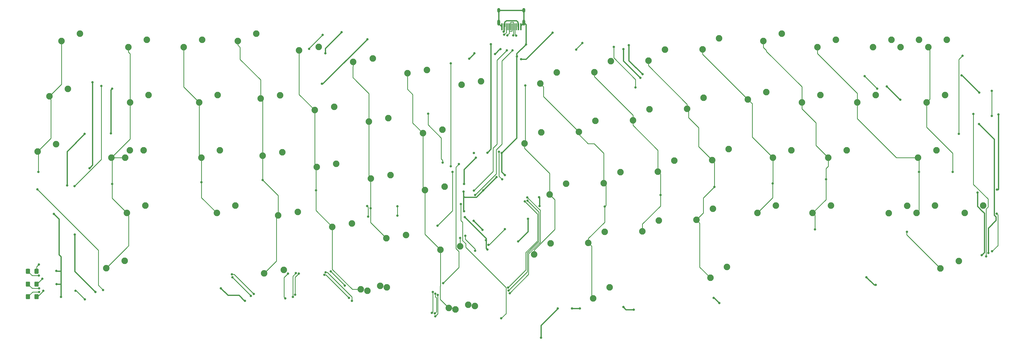
<source format=gbr>
%TF.GenerationSoftware,KiCad,Pcbnew,(5.1.6)-1*%
%TF.CreationDate,2020-07-28T20:53:14+02:00*%
%TF.ProjectId,Proyecto A,50726f79-6563-4746-9f20-412e6b696361,rev?*%
%TF.SameCoordinates,Original*%
%TF.FileFunction,Copper,L1,Top*%
%TF.FilePolarity,Positive*%
%FSLAX46Y46*%
G04 Gerber Fmt 4.6, Leading zero omitted, Abs format (unit mm)*
G04 Created by KiCad (PCBNEW (5.1.6)-1) date 2020-07-28 20:53:14*
%MOMM*%
%LPD*%
G01*
G04 APERTURE LIST*
%TA.AperFunction,SMDPad,CuDef*%
%ADD10R,0.600000X2.450000*%
%TD*%
%TA.AperFunction,SMDPad,CuDef*%
%ADD11R,0.300000X2.450000*%
%TD*%
%TA.AperFunction,ComponentPad*%
%ADD12O,1.000000X2.100000*%
%TD*%
%TA.AperFunction,ComponentPad*%
%ADD13O,1.000000X1.600000*%
%TD*%
%TA.AperFunction,ComponentPad*%
%ADD14C,2.250000*%
%TD*%
%TA.AperFunction,ViaPad*%
%ADD15C,0.800000*%
%TD*%
%TA.AperFunction,Conductor*%
%ADD16C,0.381000*%
%TD*%
%TA.AperFunction,Conductor*%
%ADD17C,0.254000*%
%TD*%
G04 APERTURE END LIST*
D10*
%TO.P,USB1,12*%
%TO.N,GND*%
X227977400Y4453000D03*
%TO.P,USB1,1*%
X234427400Y4453000D03*
%TO.P,USB1,11*%
%TO.N,VCC*%
X228752400Y4453000D03*
%TO.P,USB1,2*%
X233652400Y4453000D03*
D11*
%TO.P,USB1,3*%
%TO.N,Net-(USB1-Pad3)*%
X232952400Y4453000D03*
%TO.P,USB1,10*%
%TO.N,Net-(R9-Pad2)*%
X229452400Y4453000D03*
%TO.P,USB1,4*%
%TO.N,Net-(R8-Pad2)*%
X232452400Y4453000D03*
%TO.P,USB1,9*%
%TO.N,Net-(USB1-Pad9)*%
X229952400Y4453000D03*
%TO.P,USB1,5*%
%TO.N,Net-(R2-Pad2)*%
X231952400Y4453000D03*
%TO.P,USB1,8*%
%TO.N,Net-(R1-Pad2)*%
X230452400Y4453000D03*
%TO.P,USB1,7*%
%TO.N,Net-(R2-Pad2)*%
X230952400Y4453000D03*
%TO.P,USB1,6*%
%TO.N,Net-(R1-Pad2)*%
X231452400Y4453000D03*
D12*
%TO.P,USB1,13*%
%TO.N,GND*%
X235522400Y5868000D03*
X226882400Y5868000D03*
D13*
X235522400Y10048000D03*
X226882400Y10048000D03*
%TD*%
%TO.P,D3,2*%
%TO.N,num*%
%TA.AperFunction,SMDPad,CuDef*%
G36*
G01*
X67014900Y-84937000D02*
X67014900Y-83687000D01*
G75*
G02*
X67264900Y-83437000I250000J0D01*
G01*
X68189900Y-83437000D01*
G75*
G02*
X68439900Y-83687000I0J-250000D01*
G01*
X68439900Y-84937000D01*
G75*
G02*
X68189900Y-85187000I-250000J0D01*
G01*
X67264900Y-85187000D01*
G75*
G02*
X67014900Y-84937000I0J250000D01*
G01*
G37*
%TD.AperFunction*%
%TO.P,D3,1*%
%TO.N,Net-(D3-Pad1)*%
%TA.AperFunction,SMDPad,CuDef*%
G36*
G01*
X64039900Y-84937000D02*
X64039900Y-83687000D01*
G75*
G02*
X64289900Y-83437000I250000J0D01*
G01*
X65214900Y-83437000D01*
G75*
G02*
X65464900Y-83687000I0J-250000D01*
G01*
X65464900Y-84937000D01*
G75*
G02*
X65214900Y-85187000I-250000J0D01*
G01*
X64289900Y-85187000D01*
G75*
G02*
X64039900Y-84937000I0J250000D01*
G01*
G37*
%TD.AperFunction*%
%TD*%
%TO.P,D2,2*%
%TO.N,scrol*%
%TA.AperFunction,SMDPad,CuDef*%
G36*
G01*
X67014900Y-89262000D02*
X67014900Y-88012000D01*
G75*
G02*
X67264900Y-87762000I250000J0D01*
G01*
X68189900Y-87762000D01*
G75*
G02*
X68439900Y-88012000I0J-250000D01*
G01*
X68439900Y-89262000D01*
G75*
G02*
X68189900Y-89512000I-250000J0D01*
G01*
X67264900Y-89512000D01*
G75*
G02*
X67014900Y-89262000I0J250000D01*
G01*
G37*
%TD.AperFunction*%
%TO.P,D2,1*%
%TO.N,Net-(D2-Pad1)*%
%TA.AperFunction,SMDPad,CuDef*%
G36*
G01*
X64039900Y-89262000D02*
X64039900Y-88012000D01*
G75*
G02*
X64289900Y-87762000I250000J0D01*
G01*
X65214900Y-87762000D01*
G75*
G02*
X65464900Y-88012000I0J-250000D01*
G01*
X65464900Y-89262000D01*
G75*
G02*
X65214900Y-89512000I-250000J0D01*
G01*
X64289900Y-89512000D01*
G75*
G02*
X64039900Y-89262000I0J250000D01*
G01*
G37*
%TD.AperFunction*%
%TD*%
%TO.P,D1,2*%
%TO.N,caps*%
%TA.AperFunction,SMDPad,CuDef*%
G36*
G01*
X67014900Y-80512000D02*
X67014900Y-79262000D01*
G75*
G02*
X67264900Y-79012000I250000J0D01*
G01*
X68189900Y-79012000D01*
G75*
G02*
X68439900Y-79262000I0J-250000D01*
G01*
X68439900Y-80512000D01*
G75*
G02*
X68189900Y-80762000I-250000J0D01*
G01*
X67264900Y-80762000D01*
G75*
G02*
X67014900Y-80512000I0J250000D01*
G01*
G37*
%TD.AperFunction*%
%TO.P,D1,1*%
%TO.N,Net-(D1-Pad1)*%
%TA.AperFunction,SMDPad,CuDef*%
G36*
G01*
X64039900Y-80512000D02*
X64039900Y-79262000D01*
G75*
G02*
X64289900Y-79012000I250000J0D01*
G01*
X65214900Y-79012000D01*
G75*
G02*
X65464900Y-79262000I0J-250000D01*
G01*
X65464900Y-80512000D01*
G75*
G02*
X65214900Y-80762000I-250000J0D01*
G01*
X64289900Y-80762000D01*
G75*
G02*
X64039900Y-80512000I0J250000D01*
G01*
G37*
%TD.AperFunction*%
%TD*%
D14*
%TO.P,K4,2*%
%TO.N,Net-(D_5-Pad2)*%
X183500686Y-6499106D03*
%TO.P,K4,1*%
%TO.N,col5*%
X176761353Y-7663362D03*
%TD*%
%TO.P,SPLIT_BKS1,2*%
%TO.N,Net-(BACKSPACE1-Pad2)*%
X381091880Y-71680D03*
%TO.P,SPLIT_BKS1,1*%
%TO.N,col14*%
X374741880Y-2611680D03*
%TD*%
%TO.P,FUNC1,2*%
%TO.N,Net-(D_61-Pad2)*%
X218660686Y-91879106D03*
%TO.P,FUNC1,1*%
%TO.N,col6*%
X211921353Y-93043362D03*
%TD*%
%TO.P,lgui1,2*%
%TO.N,Net-(D_60-Pad2)*%
X188364226Y-85429946D03*
%TO.P,lgui1,1*%
%TO.N,col4*%
X181624893Y-86594202D03*
%TD*%
%TO.P,RSHIFT2,2*%
%TO.N,Net-(D_57-Pad2)*%
X377010100Y-57244540D03*
%TO.P,RSHIFT2,1*%
%TO.N,col13*%
X370660100Y-59784540D03*
%TD*%
%TO.P,CAPS2,2*%
%TO.N,Net-(CAPS1-Pad2)*%
X99840000Y-38190000D03*
%TO.P,CAPS2,1*%
%TO.N,col1*%
X93490000Y-40730000D03*
%TD*%
%TO.P,BACKSPACE1,2*%
%TO.N,Net-(BACKSPACE1-Pad2)*%
X371530000Y-90000D03*
%TO.P,BACKSPACE1,1*%
%TO.N,col14*%
X365180000Y-2630000D03*
%TD*%
%TO.P,FUNCT1,2*%
%TO.N,Net-(D_65-Pad2)*%
X393670000Y-57220000D03*
%TO.P,FUNCT1,1*%
%TO.N,col13*%
X387320000Y-59760000D03*
%TD*%
%TO.P,RCTL1,2*%
%TO.N,Net-(D_64-Pad2)*%
X385250000Y-76350000D03*
%TO.P,RCTL1,1*%
%TO.N,col12*%
X378900000Y-78890000D03*
%TD*%
%TO.P,RALT1,2*%
%TO.N,Net-(D_63-Pad2)*%
X305425704Y-78349914D03*
%TO.P,RALT1,1*%
%TO.N,col10*%
X299742562Y-82154649D03*
%TD*%
%TO.P,space2,2*%
%TO.N,Net-(D_62-Pad2)*%
X265019784Y-85425314D03*
%TO.P,space2,1*%
%TO.N,col8*%
X259336642Y-89230049D03*
%TD*%
%TO.P,FUNC2,2*%
%TO.N,Net-(D_61-Pad2)*%
X216370686Y-91389106D03*
%TO.P,FUNC2,1*%
%TO.N,col6*%
X209631353Y-92553362D03*
%TD*%
%TO.P,SPCE2,2*%
%TO.N,Net-(D_60-Pad2)*%
X186070686Y-84949106D03*
%TO.P,SPCE2,1*%
%TO.N,col4*%
X179331353Y-86113362D03*
%TD*%
%TO.P,ALT1,2*%
%TO.N,Net-(ALT1-Pad2)*%
X152828086Y-79416106D03*
%TO.P,ALT1,1*%
%TO.N,col3*%
X146088753Y-80580362D03*
%TD*%
%TO.P,CTRL1,2*%
%TO.N,Net-(CTRL1-Pad2)*%
X98060000Y-76280000D03*
%TO.P,CTRL1,1*%
%TO.N,col1*%
X91710000Y-78820000D03*
%TD*%
%TO.P,RSHIFT1,2*%
%TO.N,Net-(D_57-Pad2)*%
X367480000Y-57270000D03*
%TO.P,RSHIFT1,1*%
%TO.N,col13*%
X361130000Y-59810000D03*
%TD*%
%TO.P,/1,2*%
%TO.N,Net-(/1-Pad2)*%
X341270000Y-57230000D03*
%TO.P,/1,1*%
%TO.N,col12*%
X334920000Y-59770000D03*
%TD*%
%TO.P,.>1,2*%
%TO.N,Net-(.>1-Pad2)*%
X322240000Y-57220000D03*
%TO.P,.>1,1*%
%TO.N,col11*%
X315890000Y-59760000D03*
%TD*%
%TO.P,\u002C<1,2*%
%TO.N,Net-(\u002C<1-Pad2)*%
X300608304Y-58362914D03*
%TO.P,\u002C<1,1*%
%TO.N,col10*%
X294925162Y-62167649D03*
%TD*%
%TO.P,M1,2*%
%TO.N,Net-(D_53-Pad2)*%
X281988304Y-62352914D03*
%TO.P,M1,1*%
%TO.N,col9*%
X276305162Y-66157649D03*
%TD*%
%TO.P,N1,2*%
%TO.N,Net-(D_52-Pad2)*%
X263368304Y-66302914D03*
%TO.P,N1,1*%
%TO.N,col8*%
X257685162Y-70107649D03*
%TD*%
%TO.P,B2,2*%
%TO.N,Net-(B2-Pad2)*%
X244708304Y-70252914D03*
%TO.P,B2,1*%
%TO.N,col7*%
X239025162Y-74057649D03*
%TD*%
%TO.P,B1,2*%
%TO.N,Net-(B1-Pad2)*%
X213550686Y-71309106D03*
%TO.P,B1,1*%
%TO.N,col6*%
X206811353Y-72473362D03*
%TD*%
%TO.P,V1,2*%
%TO.N,Net-(D_49-Pad2)*%
X194910686Y-67359106D03*
%TO.P,V1,1*%
%TO.N,col5*%
X188171353Y-68523362D03*
%TD*%
%TO.P,C8,2*%
%TO.N,Net-(C8-Pad2)*%
X176290686Y-63389106D03*
%TO.P,C8,1*%
%TO.N,col4*%
X169551353Y-64553362D03*
%TD*%
%TO.P,X1,2*%
%TO.N,Net-(D_47-Pad2)*%
X157640686Y-59439106D03*
%TO.P,X1,1*%
%TO.N,col3*%
X150901353Y-60603362D03*
%TD*%
%TO.P,Z1,2*%
%TO.N,Net-(D_46-Pad2)*%
X136140000Y-57220000D03*
%TO.P,Z1,1*%
%TO.N,col2*%
X129790000Y-59760000D03*
%TD*%
%TO.P,SHIFT1,2*%
%TO.N,Net-(D_45-Pad2)*%
X105190000Y-57230000D03*
%TO.P,SHIFT1,1*%
%TO.N,col1*%
X98840000Y-59770000D03*
%TD*%
%TO.P,RETURN1,2*%
%TO.N,Net-(D_43-Pad2)*%
X377590000Y-38200000D03*
%TO.P,RETURN1,1*%
%TO.N,col13*%
X371240000Y-40740000D03*
%TD*%
%TO.P,'1,2*%
%TO.N,Net-('1-Pad2)*%
X346640000Y-38200000D03*
%TO.P,'1,1*%
%TO.N,col12*%
X340290000Y-40740000D03*
%TD*%
%TO.P,;1,2*%
%TO.N,Net-(;1-Pad2)*%
X327600000Y-38200000D03*
%TO.P,;1,1*%
%TO.N,col11*%
X321250000Y-40740000D03*
%TD*%
%TO.P,L1,2*%
%TO.N,Net-(D_40-Pad2)*%
X305998304Y-37752914D03*
%TO.P,L1,1*%
%TO.N,col10*%
X300315162Y-41557649D03*
%TD*%
%TO.P,K11,2*%
%TO.N,Net-(D_39-Pad2)*%
X287338304Y-41742914D03*
%TO.P,K11,1*%
%TO.N,col9*%
X281655162Y-45547649D03*
%TD*%
%TO.P,J1,2*%
%TO.N,Net-(D_38-Pad2)*%
X268718304Y-45682914D03*
%TO.P,J1,1*%
%TO.N,col8*%
X263035162Y-49487649D03*
%TD*%
%TO.P,H1,2*%
%TO.N,Net-(D_37-Pad2)*%
X250068304Y-49652914D03*
%TO.P,H1,1*%
%TO.N,col7*%
X244385162Y-53457649D03*
%TD*%
%TO.P,G1,2*%
%TO.N,Net-(D_36-Pad2)*%
X208190686Y-50689106D03*
%TO.P,G1,1*%
%TO.N,col6*%
X201451353Y-51853362D03*
%TD*%
%TO.P,F2,2*%
%TO.N,Net-(D_35-Pad2)*%
X189560686Y-46749106D03*
%TO.P,F2,1*%
%TO.N,col5*%
X182821353Y-47913362D03*
%TD*%
%TO.P,D18,2*%
%TO.N,Net-(D18-Pad2)*%
X170920686Y-42799106D03*
%TO.P,D18,1*%
%TO.N,col4*%
X164181353Y-43963362D03*
%TD*%
%TO.P,S1,2*%
%TO.N,Net-(D_33-Pad2)*%
X152300686Y-38839106D03*
%TO.P,S1,1*%
%TO.N,col3*%
X145561353Y-40003362D03*
%TD*%
%TO.P,A1,2*%
%TO.N,Net-(A1-Pad2)*%
X130800000Y-38170000D03*
%TO.P,A1,1*%
%TO.N,col2*%
X124450000Y-40710000D03*
%TD*%
%TO.P,CAPS1,2*%
%TO.N,Net-(CAPS1-Pad2)*%
X104580000Y-38210000D03*
%TO.P,CAPS1,1*%
%TO.N,col1*%
X98230000Y-40750000D03*
%TD*%
%TO.P,PGDN1,2*%
%TO.N,Net-(D_30-Pad2)*%
X74430000Y-36050000D03*
%TO.P,PGDN1,1*%
%TO.N,col0*%
X68080000Y-38590000D03*
%TD*%
%TO.P,K\u005C1,2*%
%TO.N,Net-(D_29-Pad2)*%
X380490000Y-19150000D03*
%TO.P,K\u005C1,1*%
%TO.N,col14*%
X374140000Y-21690000D03*
%TD*%
%TO.P,]1,2*%
%TO.N,Net-(D_28-Pad2)*%
X356660000Y-19120000D03*
%TO.P,]1,1*%
%TO.N,col13*%
X350310000Y-21660000D03*
%TD*%
%TO.P,[1,2*%
%TO.N,Net-(D_27-Pad2)*%
X337590000Y-19150000D03*
%TO.P,[1,1*%
%TO.N,col12*%
X331240000Y-21690000D03*
%TD*%
%TO.P,P1,2*%
%TO.N,Net-(D_26-Pad2)*%
X318960000Y-18090000D03*
%TO.P,P1,1*%
%TO.N,col11*%
X312610000Y-20630000D03*
%TD*%
%TO.P,O1,2*%
%TO.N,Net-(D_25-Pad2)*%
X297368304Y-20092914D03*
%TO.P,O1,1*%
%TO.N,col10*%
X291685162Y-23897649D03*
%TD*%
%TO.P,I1,2*%
%TO.N,Net-(D_24-Pad2)*%
X278738304Y-24072914D03*
%TO.P,I1,1*%
%TO.N,col9*%
X273055162Y-27877649D03*
%TD*%
%TO.P,U2,2*%
%TO.N,Net-(D_23-Pad2)*%
X260098304Y-28032914D03*
%TO.P,U2,1*%
%TO.N,col8*%
X254415162Y-31837649D03*
%TD*%
%TO.P,Y2,2*%
%TO.N,Net-(D_22-Pad2)*%
X241458304Y-31992914D03*
%TO.P,Y2,1*%
%TO.N,col7*%
X235775162Y-35797649D03*
%TD*%
%TO.P,T1,2*%
%TO.N,Net-(D_21-Pad2)*%
X207480686Y-31069106D03*
%TO.P,T1,1*%
%TO.N,col6*%
X200741353Y-32233362D03*
%TD*%
%TO.P,R10,2*%
%TO.N,Net-(D_20-Pad2)*%
X188860686Y-27119106D03*
%TO.P,R10,1*%
%TO.N,col5*%
X182121353Y-28283362D03*
%TD*%
%TO.P,E1,2*%
%TO.N,Net-(D_19-Pad2)*%
X170230686Y-23149106D03*
%TO.P,E1,1*%
%TO.N,col4*%
X163491353Y-24313362D03*
%TD*%
%TO.P,W1,2*%
%TO.N,Net-(D_18-Pad2)*%
X151590686Y-19179106D03*
%TO.P,W1,1*%
%TO.N,col3*%
X144851353Y-20343362D03*
%TD*%
%TO.P,Q1,2*%
%TO.N,Net-(D_17-Pad2)*%
X130090000Y-19130000D03*
%TO.P,Q1,1*%
%TO.N,col2*%
X123740000Y-21670000D03*
%TD*%
%TO.P,TAB1,2*%
%TO.N,Net-(D_16-Pad2)*%
X106300000Y-19140000D03*
%TO.P,TAB1,1*%
%TO.N,col1*%
X99950000Y-21680000D03*
%TD*%
%TO.P,PGUP1,2*%
%TO.N,Net-(D_15-Pad2)*%
X78490000Y-16990000D03*
%TO.P,PGUP1,1*%
%TO.N,col0*%
X72140000Y-19530000D03*
%TD*%
%TO.P,K_14,2*%
%TO.N,Net-(D_14-Pad2)*%
X362020000Y-110000D03*
%TO.P,K_14,1*%
%TO.N,col14*%
X355670000Y-2650000D03*
%TD*%
%TO.P,=+1,2*%
%TO.N,Net-(=+1-Pad2)*%
X342950000Y-100000D03*
%TO.P,=+1,1*%
%TO.N,col13*%
X336600000Y-2640000D03*
%TD*%
%TO.P,_-1,2*%
%TO.N,Net-(D_12-Pad2)*%
X324330000Y2040000D03*
%TO.P,_-1,1*%
%TO.N,col12*%
X317980000Y-500000D03*
%TD*%
%TO.P,K10,2*%
%TO.N,Net-(D_11-Pad2)*%
X302708304Y467086D03*
%TO.P,K10,1*%
%TO.N,col11*%
X297025162Y-3337649D03*
%TD*%
%TO.P,K9,2*%
%TO.N,Net-(D_10-Pad2)*%
X284068304Y-3482914D03*
%TO.P,K9,1*%
%TO.N,col10*%
X278385162Y-7287649D03*
%TD*%
%TO.P,K8,2*%
%TO.N,Net-(D_9-Pad2)*%
X265458304Y-7412914D03*
%TO.P,K8,1*%
%TO.N,col9*%
X259775162Y-11217649D03*
%TD*%
%TO.P,K7,2*%
%TO.N,Net-(D_8-Pad2)*%
X246808304Y-11372914D03*
%TO.P,K7,1*%
%TO.N,col8*%
X241125162Y-15177649D03*
%TD*%
%TO.P,K6,2*%
%TO.N,Net-(D_7-Pad2)*%
X220770686Y-14409106D03*
%TO.P,K6,1*%
%TO.N,col7*%
X214031353Y-15573362D03*
%TD*%
%TO.P,k5,2*%
%TO.N,Net-(D_6-Pad2)*%
X202150686Y-10459106D03*
%TO.P,k5,1*%
%TO.N,col6*%
X195411353Y-11623362D03*
%TD*%
%TO.P,K3,2*%
%TO.N,Net-(D_4-Pad2)*%
X164880686Y-2529106D03*
%TO.P,K3,1*%
%TO.N,col4*%
X158141353Y-3693362D03*
%TD*%
%TO.P,K2,2*%
%TO.N,Net-(D_3-Pad2)*%
X143370000Y2080000D03*
%TO.P,K2,1*%
%TO.N,col3*%
X137020000Y-460000D03*
%TD*%
%TO.P,K1,2*%
%TO.N,Net-(D_2-Pad2)*%
X124740000Y-90000D03*
%TO.P,K1,1*%
%TO.N,col2*%
X118390000Y-2630000D03*
%TD*%
%TO.P,KK0,2*%
%TO.N,Net-(D_1-Pad2)*%
X105680000Y-70000D03*
%TO.P,KK0,1*%
%TO.N,col1*%
X99330000Y-2610000D03*
%TD*%
%TO.P,Esc1,2*%
%TO.N,Net-(D_0-Pad2)*%
X82650000Y2060000D03*
%TO.P,Esc1,1*%
%TO.N,col0*%
X76300000Y-480000D03*
%TD*%
D15*
%TO.N,GND*%
X228959305Y-46724921D03*
X84282280Y-32534860D03*
X78247240Y-50258980D03*
X395409980Y-73577000D03*
X218204762Y-62441802D03*
X221300040Y-65600580D03*
X236245400Y-1651000D03*
X360451400Y-16129000D03*
X365150400Y-20701000D03*
X269773400Y-92202000D03*
X273329400Y-93091000D03*
X300888400Y-89027000D03*
X302793400Y-90805000D03*
X353466400Y-81915000D03*
X356641400Y-84582000D03*
X392201400Y-29083000D03*
X275615400Y-13208000D03*
X269773400Y-3302000D03*
X227482400Y-3302000D03*
X225577400Y-4953000D03*
X218465400Y-4699000D03*
X216687400Y-6604000D03*
X181635400Y127000D03*
X166014400Y-15240000D03*
X93751400Y-16891000D03*
X93314520Y-32313880D03*
X73685400Y-60071000D03*
X131216400Y-85725000D03*
X139471400Y-90043000D03*
X241452400Y-102743000D03*
X254787400Y-92710000D03*
X247167400Y-92710000D03*
X252120400Y-92710000D03*
X227846013Y-39125189D03*
X233077400Y-5812000D03*
X74557400Y-79787000D03*
X74657400Y-84307000D03*
X76126340Y-88747600D03*
X240902400Y-57387000D03*
X240727400Y-54312000D03*
%TO.N,+5V*%
X218298165Y-39082764D03*
X222927400Y-38987000D03*
X224127400Y-1587000D03*
X214727400Y-52387000D03*
X214927400Y-59187000D03*
X215127400Y-61187000D03*
X222927400Y-72387000D03*
X233527400Y-69587000D03*
X236927400Y-61788648D03*
X226127400Y-47387000D03*
X393169140Y-74300080D03*
X222455740Y-69204127D03*
X398932400Y-25781000D03*
X398424400Y-51689000D03*
X391693400Y-52705000D03*
X392328400Y-18288000D03*
X386232400Y-12319000D03*
X276377400Y-11938000D03*
X271678400Y-1905000D03*
X245389400Y2413000D03*
X234594400Y-6731000D03*
X172745400Y2540000D03*
X167157400Y-4699000D03*
X87020400Y-14732000D03*
X85934826Y-44380426D03*
X80924400Y-67183000D03*
X88036400Y-86995000D03*
X218952400Y-40712000D03*
X214877400Y-49787000D03*
X221552400Y-51962000D03*
%TO.N,caps*%
X236684820Y-54401720D03*
X230616760Y-87447120D03*
X205864460Y-88071960D03*
X205038960Y-95410020D03*
X158005780Y-80682099D03*
X156712920Y-87975440D03*
X135011977Y-80925039D03*
X142501600Y-87664990D03*
X175285400Y-89027000D03*
X166790575Y-81097673D03*
X68507400Y-77507000D03*
%TO.N,Net-(D1-Pad1)*%
X68527400Y-81397000D03*
%TO.N,Net-(D2-Pad1)*%
X68587400Y-87017000D03*
%TO.N,num*%
X230229300Y-86525232D03*
X141503400Y-88392000D03*
X204971410Y-87622000D03*
X167284400Y-80228098D03*
X157017738Y-80527900D03*
X69697400Y-82417000D03*
X135153400Y-81915000D03*
X176338298Y-90043000D03*
X204860383Y-94426092D03*
X155969624Y-88702440D03*
X236758257Y-55503291D03*
%TO.N,Net-(D3-Pad1)*%
X68587400Y-85787000D03*
%TO.N,UNDERGLOW*%
X213847400Y-56687000D03*
X227687400Y-96127000D03*
%TO.N,Net-(D5-Pad2)*%
X166268400Y1651000D03*
X161569400Y-3175000D03*
%TO.N,Net-(D16-Pad2)*%
X255676400Y-1143000D03*
X253517400Y-3429000D03*
%TO.N,Net-(D10-Pad4)*%
X394682980Y-74764900D03*
X390296400Y-25654000D03*
%TO.N,Net-(D11-Pad4)*%
X80797400Y-50546000D03*
X90068400Y-16002000D03*
%TO.N,Net-(D10-Pad2)*%
X352831400Y-12573000D03*
X357149400Y-16940989D03*
X396646400Y-17653000D03*
X396646400Y-26289000D03*
%TO.N,Net-(D11-Pad2)*%
X67985640Y-51648360D03*
X90650060Y-86329520D03*
%TO.N,Net-(D14-Pad2)*%
X273964400Y-16510000D03*
X266471400Y-2511490D03*
%TO.N,row0*%
X210327400Y-43678989D03*
X210327400Y-8187000D03*
%TO.N,row1*%
X207527400Y-42387000D03*
X202527400Y-25587000D03*
%TO.N,row2*%
X386557520Y-5539740D03*
X385246880Y-32499300D03*
%TO.N,row3*%
X210927400Y-45587000D03*
X205727400Y-64187000D03*
X218709240Y-72778620D03*
X215300560Y-67612260D03*
%TO.N,row4*%
X213127400Y-42951989D03*
X207727400Y-83987000D03*
X396727400Y-72987000D03*
X398327400Y-59987000D03*
%TO.N,VCC*%
X228573806Y2706325D03*
%TO.N,col0*%
X191927400Y-60730040D03*
X191927400Y-57460000D03*
X181527400Y-57387000D03*
X181927400Y-61003031D03*
X68327400Y-45587000D03*
%TO.N,col1*%
X93727400Y-49787000D03*
%TO.N,col2*%
X124527400Y-49187000D03*
%TO.N,col3*%
X145527400Y-48387000D03*
%TO.N,col4*%
X163927400Y-51987000D03*
%TO.N,col5*%
X182727400Y-58187000D03*
%TO.N,col6*%
X228927400Y-65387000D03*
X223327400Y-70785127D03*
%TO.N,col7*%
X235960920Y-15854680D03*
%TO.N,col8*%
X263327400Y-57587000D03*
%TO.N,col9*%
X282527400Y-53587000D03*
%TO.N,col10*%
X301127400Y-50787000D03*
%TO.N,col11*%
X321127400Y-49587000D03*
%TO.N,col12*%
X339527400Y-48187000D03*
X367388140Y-66255900D03*
X335694020Y-65460880D03*
%TO.N,col13*%
X371527400Y-45587000D03*
%TO.N,col14*%
X383127400Y-45587000D03*
%TO.N,Net-(R1-Pad2)*%
X229802400Y1488000D03*
%TO.N,D-*%
X231577400Y-3712000D03*
%TO.N,D+*%
X229602400Y-3737000D03*
X218289900Y-52074500D03*
%TO.N,Net-(R2-Pad2)*%
X231807156Y1428030D03*
%TO.N,D-*%
X218727400Y-53562000D03*
%TO.N,Net-(R3-Pad2)*%
X227991652Y-48177500D03*
X226954410Y-38672345D03*
%TO.N,Net-(R8-Pad2)*%
X232827400Y1388000D03*
%TO.N,Net-(R9-Pad2)*%
X228702400Y1663000D03*
%TO.N,Net-(B1-Pad2)*%
X213527400Y-68387000D03*
%TO.N,scrol*%
X173888400Y-84836000D03*
X169062400Y-79883000D03*
X84366100Y-89538100D03*
X154254200Y-80682099D03*
X204143698Y-87060843D03*
X230104240Y-85533081D03*
X235803474Y-55800598D03*
X81127600Y-86583520D03*
X153360829Y-89252490D03*
X203855320Y-94229010D03*
X70037400Y-86627000D03*
%TD*%
D16*
%TO.N,GND*%
X84282280Y-32534860D02*
X78247240Y-38569900D01*
X78247240Y-38569900D02*
X78247240Y-50258980D01*
X76106020Y-74805540D02*
X76106020Y-79799180D01*
X218204762Y-62441802D02*
X221300040Y-65537080D01*
X221300040Y-65537080D02*
X221300040Y-65600580D01*
X226882400Y5868000D02*
X227062400Y5868000D01*
X360451400Y-16129000D02*
X365023400Y-20701000D01*
X365023400Y-20701000D02*
X365150400Y-20701000D01*
X269773400Y-92202000D02*
X270662400Y-93091000D01*
X270662400Y-93091000D02*
X273329400Y-93091000D01*
X300888400Y-89027000D02*
X301015400Y-89027000D01*
X301015400Y-89027000D02*
X302793400Y-90805000D01*
X353466400Y-81915000D02*
X356133400Y-84582000D01*
X356133400Y-84582000D02*
X356641400Y-84582000D01*
X395409980Y-64972962D02*
X395409980Y-73577000D01*
X397475501Y-34357101D02*
X397475501Y-60519101D01*
X392201400Y-29083000D02*
X397475501Y-34357101D01*
X398043400Y-62339542D02*
X395409980Y-64972962D01*
X397475501Y-60519101D02*
X398043400Y-61087000D01*
X398043400Y-61087000D02*
X398043400Y-62339542D01*
X275615400Y-13208000D02*
X269773400Y-7366000D01*
X269773400Y-7366000D02*
X269773400Y-3302000D01*
X227482400Y-3302000D02*
X227228400Y-3302000D01*
X227228400Y-3302000D02*
X225577400Y-4953000D01*
X218465400Y-4699000D02*
X218465400Y-4826000D01*
X218465400Y-4826000D02*
X216687400Y-6604000D01*
X181635400Y127000D02*
X166268400Y-15240000D01*
X166268400Y-15240000D02*
X166014400Y-15240000D01*
X93751400Y-16891000D02*
X93314520Y-17327880D01*
X93314520Y-17327880D02*
X93314520Y-32313880D01*
X73685400Y-60071000D02*
X75463400Y-61849000D01*
X75463400Y-74162920D02*
X76106020Y-74805540D01*
X75463400Y-61849000D02*
X75463400Y-74162920D01*
X131216400Y-85725000D02*
X133629400Y-88138000D01*
X133629400Y-88138000D02*
X137439400Y-88138000D01*
X137439400Y-88138000D02*
X139344400Y-90043000D01*
X139344400Y-90043000D02*
X139471400Y-90043000D01*
X241452400Y-102743000D02*
X241452400Y-98552000D01*
X241452400Y-98552000D02*
X247294400Y-92710000D01*
X247294400Y-92710000D02*
X247167400Y-92710000D01*
X252120400Y-92710000D02*
X254787400Y-92710000D01*
X227846013Y-45611629D02*
X227846013Y-39125189D01*
X228959305Y-46724921D02*
X227846013Y-45611629D01*
X233067860Y-4828540D02*
X236245400Y-1651000D01*
X233067860Y-33903342D02*
X233067860Y-5802460D01*
X227846013Y-39125189D02*
X233067860Y-33903342D01*
X233067860Y-5802460D02*
X233077400Y-5812000D01*
X233077400Y-5812000D02*
X233067860Y-4828540D01*
X236245400Y5145000D02*
X235522400Y5868000D01*
X236245400Y-1651000D02*
X236245400Y5145000D01*
X76106020Y-79799180D02*
X74569580Y-79799180D01*
X74569580Y-79799180D02*
X74557400Y-79787000D01*
X76106020Y-84278380D02*
X74686020Y-84278380D01*
X76106020Y-79799180D02*
X76106020Y-84278380D01*
X74686020Y-84278380D02*
X74657400Y-84307000D01*
X76106020Y-84278380D02*
X76106020Y-88727280D01*
X76106020Y-88727280D02*
X76126340Y-88747600D01*
X240902400Y-57387000D02*
X240902400Y-54487000D01*
X240902400Y-54487000D02*
X240727400Y-54312000D01*
X234427400Y4773000D02*
X235522400Y5868000D01*
X234427400Y4453000D02*
X234427400Y4773000D01*
X235522400Y5868000D02*
X235522400Y10048000D01*
X235522400Y10048000D02*
X226882400Y10048000D01*
X226882400Y10048000D02*
X226882400Y5868000D01*
X226882400Y5548000D02*
X227977400Y4453000D01*
X226882400Y5868000D02*
X226882400Y5548000D01*
%TO.N,+5V*%
X218327400Y-39111999D02*
X218298165Y-39082764D01*
X222927400Y-38987000D02*
X224127400Y-37787000D01*
X214727400Y-58987000D02*
X214927400Y-59187000D01*
X215127400Y-61187000D02*
X222527400Y-68587000D01*
X222527400Y-71987000D02*
X222927400Y-72387000D01*
X233527400Y-69587000D02*
X236927400Y-66187000D01*
X236927400Y-66187000D02*
X236927400Y-61788648D01*
X214727400Y-53987000D02*
X214727400Y-58987000D01*
X214727400Y-52387000D02*
X214727400Y-53987000D01*
X224127400Y-4820580D02*
X224127400Y-1587000D01*
X224127400Y-37787000D02*
X224127400Y-4820580D01*
X222510367Y-69149500D02*
X222455740Y-69204127D01*
X222527400Y-69149500D02*
X222510367Y-69149500D01*
X222527400Y-69149500D02*
X222527400Y-71987000D01*
X222527400Y-68587000D02*
X222527400Y-69149500D01*
X398932400Y-25781000D02*
X398932400Y-51562000D01*
X398932400Y-51562000D02*
X398805400Y-51689000D01*
X398805400Y-51689000D02*
X398424400Y-51689000D01*
X393514401Y-73954819D02*
X393169140Y-74300080D01*
X394106400Y-73362820D02*
X393514401Y-73954819D01*
X391693400Y-52705000D02*
X391693400Y-57486342D01*
X393514401Y-59307343D02*
X393596743Y-59307343D01*
X391693400Y-57486342D02*
X393514401Y-59307343D01*
X393596743Y-59307343D02*
X394106400Y-59817000D01*
X394106400Y-59817000D02*
X394106400Y-73362820D01*
X392328400Y-18288000D02*
X386359400Y-12319000D01*
X386359400Y-12319000D02*
X386232400Y-12319000D01*
X276377400Y-11938000D02*
X271678400Y-7239000D01*
X271678400Y-7239000D02*
X271678400Y-1905000D01*
X245389400Y2413000D02*
X236245400Y-6731000D01*
X236245400Y-6731000D02*
X234594400Y-6731000D01*
X172745400Y2540000D02*
X167157400Y-3048000D01*
X167157400Y-3048000D02*
X167157400Y-4699000D01*
X87020400Y-14732000D02*
X87020400Y-43294852D01*
X87020400Y-43294852D02*
X85934826Y-44380426D01*
X80924400Y-67183000D02*
X80924400Y-79883000D01*
X80924400Y-79883000D02*
X88036400Y-86995000D01*
X218952400Y-40712000D02*
X214877400Y-44787000D01*
X214877400Y-44787000D02*
X214877400Y-49787000D01*
X221552400Y-51962000D02*
X226127400Y-47387000D01*
X214727400Y-53987000D02*
X215092901Y-54352501D01*
X219161899Y-54352501D02*
X221552400Y-51962000D01*
X215092901Y-54352501D02*
X219161899Y-54352501D01*
D17*
%TO.N,caps*%
X205864460Y-88071960D02*
X205864460Y-94584520D01*
X205864460Y-94584520D02*
X205038960Y-95410020D01*
X158005780Y-80682099D02*
X156712920Y-81974959D01*
X156712920Y-81974959D02*
X156712920Y-87975440D01*
X135011977Y-80925039D02*
X135761649Y-80925039D01*
X135761649Y-80925039D02*
X142501600Y-87664990D01*
X175285400Y-89027000D02*
X167356073Y-81097673D01*
X167356073Y-81097673D02*
X166790575Y-81097673D01*
X67727400Y-79887000D02*
X67727400Y-78287000D01*
X67727400Y-78287000D02*
X68507400Y-77507000D01*
X237109000Y-73824849D02*
X237109000Y-80954880D01*
X241124740Y-69809109D02*
X237109000Y-73824849D01*
X237109000Y-80954880D02*
X230616760Y-87447120D01*
X241124740Y-58841640D02*
X241124740Y-69809109D01*
X236684820Y-54401720D02*
X241124740Y-58841640D01*
%TO.N,Net-(D1-Pad1)*%
X66262400Y-81397000D02*
X64752400Y-79887000D01*
X68527400Y-81397000D02*
X66262400Y-81397000D01*
%TO.N,Net-(D2-Pad1)*%
X66372400Y-87017000D02*
X64752400Y-88637000D01*
X68587400Y-87017000D02*
X66372400Y-87017000D01*
%TO.N,num*%
X167850085Y-80228098D02*
X167284400Y-80228098D01*
X67727400Y-84312000D02*
X67802400Y-84312000D01*
X176338298Y-88716311D02*
X167850085Y-80228098D01*
X67802400Y-84312000D02*
X69697400Y-82417000D01*
X176338298Y-90043000D02*
X176338298Y-88716311D01*
X141503400Y-88265000D02*
X141503400Y-88392000D01*
X135153400Y-81915000D02*
X141503400Y-88265000D01*
X204971410Y-88623520D02*
X205410450Y-89062560D01*
X205410450Y-93876025D02*
X204860383Y-94426092D01*
X205410450Y-89062560D02*
X205410450Y-93876025D01*
X204971410Y-87622000D02*
X204971410Y-88623520D01*
X155969624Y-81576014D02*
X155969624Y-88702440D01*
X157017738Y-80527900D02*
X155969624Y-81576014D01*
X240670730Y-59415764D02*
X236758257Y-55503291D01*
X240670730Y-69583758D02*
X240670730Y-59415764D01*
X236654990Y-73599498D02*
X240670730Y-69583758D01*
X230229300Y-86525232D02*
X236654990Y-80099542D01*
X236654990Y-80099542D02*
X236654990Y-73599498D01*
%TO.N,Net-(D3-Pad1)*%
X66227400Y-85787000D02*
X64752400Y-84312000D01*
X68587400Y-85787000D02*
X66227400Y-85787000D01*
%TO.N,UNDERGLOW*%
X229367400Y-85517000D02*
X215467400Y-71617000D01*
X215467400Y-71617000D02*
X215467400Y-70377000D01*
X215467400Y-70377000D02*
X214427400Y-69337000D01*
X214427400Y-69337000D02*
X214427400Y-62947000D01*
X214427400Y-62947000D02*
X213847400Y-62367000D01*
X213847400Y-62367000D02*
X213847400Y-56687000D01*
X229367400Y-94447000D02*
X229367400Y-85517000D01*
X227687400Y-96127000D02*
X229367400Y-94447000D01*
%TO.N,Net-(D5-Pad2)*%
X166268400Y1651000D02*
X161569400Y-3048000D01*
X161569400Y-3048000D02*
X161569400Y-3175000D01*
%TO.N,Net-(D16-Pad2)*%
X255676400Y-1143000D02*
X253517400Y-3302000D01*
X253517400Y-3302000D02*
X253517400Y-3429000D01*
%TO.N,Net-(D10-Pad4)*%
X395341008Y-57697954D02*
X394682980Y-58355982D01*
X395341008Y-54955608D02*
X395341008Y-57697954D01*
X390296400Y-25654000D02*
X390296400Y-49911000D01*
X394682980Y-58355982D02*
X394682980Y-74764900D01*
X390296400Y-49911000D02*
X395341008Y-54955608D01*
%TO.N,Net-(D11-Pad4)*%
X90068400Y-41275000D02*
X90068400Y-16002000D01*
X80797400Y-50546000D02*
X90068400Y-41275000D01*
%TO.N,Net-(D10-Pad2)*%
X352831400Y-12573000D02*
X357149400Y-16891000D01*
X357149400Y-16891000D02*
X357149400Y-16940989D01*
X396646400Y-17653000D02*
X396646400Y-26289000D01*
%TO.N,Net-(D11-Pad2)*%
X67985640Y-51648360D02*
X89001600Y-72664320D01*
X89001600Y-84681060D02*
X90650060Y-86329520D01*
X89001600Y-72664320D02*
X89001600Y-84681060D01*
%TO.N,Net-(D14-Pad2)*%
X273964400Y-13770048D02*
X266471400Y-6277048D01*
X266471400Y-6277048D02*
X266471400Y-2511490D01*
X273964400Y-16510000D02*
X273964400Y-13770048D01*
%TO.N,row0*%
X210327400Y-43678989D02*
X210327400Y-8187000D01*
%TO.N,row1*%
X207527400Y-41640000D02*
X207527400Y-42387000D01*
X207035400Y-41148000D02*
X207527400Y-41640000D01*
X207035400Y-33909000D02*
X207035400Y-41148000D01*
X202527400Y-25587000D02*
X202527400Y-29401000D01*
X202527400Y-29401000D02*
X207035400Y-33909000D01*
%TO.N,row2*%
X386557520Y-5539740D02*
X385246880Y-6850380D01*
X385246880Y-6850380D02*
X385246880Y-32499300D01*
%TO.N,row3*%
X210927400Y-45587000D02*
X210927400Y-58987000D01*
X210927400Y-58987000D02*
X205727400Y-64187000D01*
X215300560Y-68804255D02*
X215300560Y-67612260D01*
X218709240Y-72778620D02*
X218709240Y-72212935D01*
X218709240Y-72212935D02*
X215300560Y-68804255D01*
%TO.N,row4*%
X212098685Y-43980704D02*
X212098685Y-72006067D01*
X213127400Y-42951989D02*
X212098685Y-43980704D01*
X212098685Y-72006067D02*
X213127400Y-73034782D01*
X213127400Y-73034782D02*
X213127400Y-78587000D01*
X213127400Y-78587000D02*
X207727400Y-83987000D01*
X396727400Y-72987000D02*
X398727399Y-70987001D01*
X398727399Y-60386999D02*
X398327400Y-59987000D01*
X398727399Y-70987001D02*
X398727399Y-60386999D01*
D16*
%TO.N,VCC*%
X228752400Y4453000D02*
X228752400Y2884919D01*
X228752400Y2884919D02*
X228573806Y2706325D01*
X233492901Y4612499D02*
X233652400Y4453000D01*
X233492901Y5990401D02*
X233492901Y4612499D01*
X229444010Y6522512D02*
X232960790Y6522512D01*
X228911899Y5990401D02*
X229444010Y6522512D01*
X228911899Y4612499D02*
X228911899Y5990401D01*
X228752400Y4453000D02*
X228911899Y4612499D01*
X232960790Y6522512D02*
X233492901Y5990401D01*
D17*
%TO.N,col0*%
X191927400Y-60730040D02*
X191927400Y-57460000D01*
X181527400Y-57387000D02*
X181927400Y-57787000D01*
X181927400Y-57787000D02*
X181927400Y-61003031D01*
X68327400Y-38837400D02*
X68080000Y-38590000D01*
X68327400Y-45587000D02*
X68327400Y-38837400D01*
X68080000Y-38590000D02*
X72140000Y-34530000D01*
X76300000Y-15370000D02*
X76300000Y-480000D01*
X72140000Y-19530000D02*
X76300000Y-15370000D01*
X72140000Y-19530000D02*
X72140000Y-20171600D01*
X72140000Y-20171600D02*
X72669400Y-20701000D01*
X72669400Y-34000600D02*
X72140000Y-34530000D01*
X72669400Y-20701000D02*
X72669400Y-34000600D01*
%TO.N,col1*%
X93727400Y-40967400D02*
X93490000Y-40730000D01*
X93727400Y-49787000D02*
X93727400Y-40967400D01*
X99950000Y-34270000D02*
X99950000Y-21680000D01*
X93490000Y-40730000D02*
X99950000Y-34270000D01*
X99950000Y-4905066D02*
X99330000Y-4285066D01*
X99330000Y-4285066D02*
X99330000Y-2610000D01*
X99950000Y-21680000D02*
X99950000Y-4905066D01*
X93727400Y-54657400D02*
X98840000Y-59770000D01*
X93727400Y-49787000D02*
X93727400Y-54657400D01*
X98210000Y-40730000D02*
X98230000Y-40750000D01*
X93490000Y-40730000D02*
X98210000Y-40730000D01*
X91710000Y-78820000D02*
X98840000Y-71690000D01*
X98840000Y-59770000D02*
X98840000Y-60079600D01*
X98840000Y-60079600D02*
X99466400Y-60706000D01*
X99466400Y-71063600D02*
X98840000Y-71690000D01*
X99466400Y-60706000D02*
X99466400Y-71063600D01*
%TO.N,col2*%
X124527400Y-40787400D02*
X124450000Y-40710000D01*
X124527400Y-49187000D02*
X124527400Y-40787400D01*
X118390000Y-16320000D02*
X123740000Y-21670000D01*
X118390000Y-2630000D02*
X118390000Y-16320000D01*
X123740000Y-40000000D02*
X124450000Y-40710000D01*
X123740000Y-21670000D02*
X123740000Y-40000000D01*
X124527400Y-54497400D02*
X129790000Y-59760000D01*
X124527400Y-49187000D02*
X124527400Y-54497400D01*
%TO.N,col3*%
X145527400Y-40037315D02*
X145561353Y-40003362D01*
X145527400Y-48387000D02*
X145527400Y-40037315D01*
X150333011Y-61171704D02*
X150901353Y-60603362D01*
X150333011Y-76336104D02*
X150333011Y-61171704D01*
X146088753Y-80580362D02*
X150333011Y-76336104D01*
X150901353Y-53760953D02*
X145527400Y-48387000D01*
X150901353Y-60603362D02*
X150901353Y-53760953D01*
X145561353Y-21053362D02*
X144851353Y-20343362D01*
X145561353Y-40003362D02*
X145561353Y-21053362D01*
X137820400Y-6880000D02*
X144851353Y-13910953D01*
X144851353Y-13910953D02*
X144851353Y-20343362D01*
X137820400Y-2667000D02*
X137820400Y-6880000D01*
X137020000Y-460000D02*
X137020000Y-1866600D01*
X137020000Y-1866600D02*
X137820400Y-2667000D01*
%TO.N,col4*%
X163927400Y-44217315D02*
X164181353Y-43963362D01*
X163927400Y-51987000D02*
X163927400Y-44217315D01*
X158141353Y-18963362D02*
X163491353Y-24313362D01*
X158141353Y-3693362D02*
X158141353Y-18963362D01*
X163491353Y-43273362D02*
X164181353Y-43963362D01*
X163491353Y-24313362D02*
X163491353Y-43273362D01*
X163927400Y-58929409D02*
X169551353Y-64553362D01*
X163927400Y-51987000D02*
X163927400Y-58929409D01*
X176438726Y-86113362D02*
X179331353Y-86113362D01*
X169551353Y-79225989D02*
X176438726Y-86113362D01*
X169551353Y-64553362D02*
X169551353Y-79225989D01*
%TO.N,col5*%
X182727400Y-48007315D02*
X182821353Y-47913362D01*
X182727400Y-58187000D02*
X182727400Y-48007315D01*
X182727400Y-63079409D02*
X188171353Y-68523362D01*
X182727400Y-58187000D02*
X182727400Y-63079409D01*
X182821353Y-28983362D02*
X182121353Y-28283362D01*
X182121353Y-28283362D02*
X182121353Y-18601233D01*
X182121353Y-18601233D02*
X177639099Y-14118979D01*
X182121353Y-47213362D02*
X182821353Y-47913362D01*
X182121353Y-28283362D02*
X182121353Y-47213362D01*
X176761353Y-9254352D02*
X176682400Y-9333305D01*
X176761353Y-7663362D02*
X176761353Y-9254352D01*
X176682400Y-9333305D02*
X176682400Y-13081000D01*
X177639099Y-14037699D02*
X177639099Y-14118979D01*
X176682400Y-13081000D02*
X177639099Y-14037699D01*
%TO.N,col6*%
X228927400Y-65387000D02*
X223529273Y-70785127D01*
X223529273Y-70785127D02*
X223327400Y-70785127D01*
X206811353Y-72473362D02*
X202329099Y-67991108D01*
X201451353Y-32943362D02*
X200741353Y-32233362D01*
X206811353Y-72473362D02*
X206811353Y-84903047D01*
X206659009Y-89581018D02*
X209631353Y-92553362D01*
X206659009Y-85055391D02*
X206659009Y-89581018D01*
X206811353Y-84903047D02*
X206659009Y-85055391D01*
X211431353Y-92553362D02*
X211921353Y-93043362D01*
X209631353Y-92553362D02*
X211431353Y-92553362D01*
X200741353Y-51143362D02*
X201451353Y-51853362D01*
X200741353Y-32233362D02*
X200741353Y-51143362D01*
X195411353Y-11623362D02*
X195411353Y-17077953D01*
X195411353Y-17077953D02*
X197256400Y-18923000D01*
X197256400Y-28748409D02*
X200741353Y-32233362D01*
X197256400Y-18923000D02*
X197256400Y-28748409D01*
X201451353Y-67113362D02*
X202329099Y-67991108D01*
X201451353Y-51853362D02*
X201451353Y-67113362D01*
%TO.N,col7*%
X244385162Y-53457649D02*
X244385162Y-46125462D01*
X235775162Y-37515462D02*
X235775162Y-35797649D01*
X244385162Y-46125462D02*
X235775162Y-37515462D01*
X235960920Y-35611891D02*
X235775162Y-35797649D01*
X235960920Y-15854680D02*
X235960920Y-35611891D01*
X246160305Y-65415612D02*
X239025162Y-72550755D01*
X239025162Y-72550755D02*
X239025162Y-74057649D01*
X246160305Y-55232792D02*
X246160305Y-65415612D01*
X244385162Y-53457649D02*
X246160305Y-55232792D01*
%TO.N,col8*%
X263727399Y-50179886D02*
X263035162Y-49487649D01*
X263727399Y-57187001D02*
X263727399Y-50179886D01*
X263327400Y-57587000D02*
X263727399Y-57187001D01*
X263035162Y-49487649D02*
X263035162Y-39151178D01*
X254415162Y-32710096D02*
X254415162Y-31837649D01*
X257555967Y-35850901D02*
X254415162Y-32710096D01*
X259734885Y-35850901D02*
X257555967Y-35850901D01*
X263035162Y-39151178D02*
X259734885Y-35850901D01*
X242250161Y-16302648D02*
X241125162Y-15177649D01*
X242250161Y-19672648D02*
X242250161Y-16302648D01*
X254415162Y-31837649D02*
X242250161Y-19672648D01*
X263327400Y-57587000D02*
X263327400Y-62958460D01*
X257685162Y-68600698D02*
X257685162Y-70107649D01*
X263327400Y-62958460D02*
X257685162Y-68600698D01*
X258810161Y-88703568D02*
X259336642Y-89230049D01*
X258810161Y-71232648D02*
X258810161Y-88703568D01*
X257685162Y-70107649D02*
X258810161Y-71232648D01*
%TO.N,col9*%
X282527400Y-46419887D02*
X281655162Y-45547649D01*
X282527400Y-53587000D02*
X282527400Y-46419887D01*
X273055162Y-26088639D02*
X273055162Y-27877649D01*
X259775162Y-12808639D02*
X273055162Y-26088639D01*
X259775162Y-11217649D02*
X259775162Y-12808639D01*
X281655162Y-38161381D02*
X281655162Y-45547649D01*
X273055162Y-29561381D02*
X281655162Y-38161381D01*
X273055162Y-27877649D02*
X273055162Y-29561381D01*
X282527400Y-53587000D02*
X282527400Y-57355080D01*
X276305162Y-63577318D02*
X276305162Y-66157649D01*
X282527400Y-57355080D02*
X276305162Y-63577318D01*
%TO.N,col10*%
X301127400Y-42369887D02*
X300315162Y-41557649D01*
X301127400Y-50787000D02*
X301127400Y-42369887D01*
X296050161Y-78462248D02*
X296050161Y-63292648D01*
X296050161Y-63292648D02*
X294925162Y-62167649D01*
X299742562Y-82154649D02*
X296050161Y-78462248D01*
X294925162Y-62167649D02*
X297314620Y-59778191D01*
X297314620Y-54599780D02*
X301127400Y-50787000D01*
X297314620Y-59778191D02*
X297314620Y-54599780D01*
X300315162Y-41557649D02*
X295686480Y-36928967D01*
X292173011Y-24385498D02*
X291685162Y-23897649D01*
X292173011Y-26913191D02*
X292173011Y-24385498D01*
X295686480Y-30426660D02*
X292173011Y-26913191D01*
X295686480Y-36928967D02*
X295686480Y-30426660D01*
X278385162Y-9006659D02*
X278385162Y-7287649D01*
X291685162Y-22306659D02*
X278385162Y-9006659D01*
X291685162Y-23897649D02*
X291685162Y-22306659D01*
%TO.N,col11*%
X321250000Y-49464400D02*
X321250000Y-40740000D01*
X321127400Y-49587000D02*
X321250000Y-49464400D01*
X321127400Y-54522600D02*
X315890000Y-59760000D01*
X321127400Y-49587000D02*
X321127400Y-54522600D01*
X314099099Y-22119099D02*
X312610000Y-20630000D01*
X314099099Y-33589099D02*
X314099099Y-22119099D01*
X321250000Y-40740000D02*
X314099099Y-33589099D01*
X297025162Y-5045162D02*
X297025162Y-3337649D01*
X312610000Y-20630000D02*
X297025162Y-5045162D01*
%TO.N,col12*%
X340290000Y-43719401D02*
X340290000Y-40740000D01*
X339527400Y-44482001D02*
X340290000Y-43719401D01*
X339527400Y-48187000D02*
X339527400Y-44482001D01*
X317980000Y-2664934D02*
X318998600Y-3683534D01*
X317980000Y-500000D02*
X317980000Y-2664934D01*
X318998600Y-3683534D02*
X318998600Y-4030980D01*
X331240000Y-16272380D02*
X331240000Y-21690000D01*
X318998600Y-4030980D02*
X331240000Y-16272380D01*
X331240000Y-23854934D02*
X336054700Y-28669634D01*
X331240000Y-21690000D02*
X331240000Y-23854934D01*
X336054700Y-36504700D02*
X340290000Y-40740000D01*
X336054700Y-28669634D02*
X336054700Y-36504700D01*
X339527400Y-55162600D02*
X334920000Y-59770000D01*
X339527400Y-48187000D02*
X339527400Y-55162600D01*
X378900000Y-78890000D02*
X367347500Y-67337500D01*
X367347500Y-67337500D02*
X367347500Y-66296540D01*
X367347500Y-66296540D02*
X367388140Y-66255900D01*
X335694020Y-60544020D02*
X334920000Y-59770000D01*
X335694020Y-65460880D02*
X335694020Y-60544020D01*
%TO.N,col13*%
X371527400Y-41027400D02*
X371240000Y-40740000D01*
X371527400Y-45587000D02*
X371527400Y-41027400D01*
X350310000Y-18514934D02*
X350310000Y-21660000D01*
X336600000Y-4804934D02*
X350310000Y-18514934D01*
X336600000Y-2640000D02*
X336600000Y-4804934D01*
X350310000Y-21660000D02*
X350310000Y-27288040D01*
X363761960Y-40740000D02*
X371240000Y-40740000D01*
X350310000Y-27288040D02*
X363761960Y-40740000D01*
X371527400Y-58917240D02*
X370660100Y-59784540D01*
X371527400Y-45587000D02*
X371527400Y-58917240D01*
%TO.N,col14*%
X383127400Y-45587000D02*
X383127400Y-39187000D01*
X374140000Y-30199600D02*
X374140000Y-21690000D01*
X383127400Y-39187000D02*
X374140000Y-30199600D01*
X375272001Y-3141801D02*
X374741880Y-2611680D01*
X375272001Y-20557999D02*
X375272001Y-3141801D01*
X374140000Y-21690000D02*
X375272001Y-20557999D01*
%TO.N,Net-(R1-Pad2)*%
X231379399Y2900999D02*
X231452400Y2974000D01*
X230525401Y2900999D02*
X231379399Y2900999D01*
X231452400Y2974000D02*
X231452400Y4453000D01*
X230452400Y2974000D02*
X230525401Y2900999D01*
X230452400Y4453000D02*
X230452400Y2974000D01*
X230525401Y2211001D02*
X230525401Y2900999D01*
X229802400Y1488000D02*
X230525401Y2211001D01*
%TO.N,D+*%
X224902400Y-37387000D02*
X224902400Y-45462000D01*
X226227400Y-36062000D02*
X224902400Y-37387000D01*
X229602400Y-3737000D02*
X226227400Y-7112000D01*
X226227400Y-7112000D02*
X226227400Y-36062000D01*
X224902400Y-45462000D02*
X218289900Y-52074500D01*
%TO.N,Net-(R2-Pad2)*%
X231952400Y1573274D02*
X231807156Y1428030D01*
X231952400Y4453000D02*
X231952400Y1573274D01*
X231952400Y5932000D02*
X231879399Y6005001D01*
X230952400Y5932000D02*
X230952400Y4453000D01*
X231952400Y4453000D02*
X231952400Y5932000D01*
X231879399Y6005001D02*
X231025401Y6005001D01*
X231025401Y6005001D02*
X230952400Y5932000D01*
%TO.N,D-*%
X227927400Y-7362000D02*
X231577400Y-3712000D01*
X227927400Y-36087000D02*
X227927400Y-7362000D01*
X218727400Y-53562000D02*
X225977400Y-46312000D01*
X225977400Y-38037000D02*
X227927400Y-36087000D01*
X225977400Y-46312000D02*
X225977400Y-38037000D01*
%TO.N,Net-(R3-Pad2)*%
X226954410Y-47140258D02*
X226954410Y-38672345D01*
X227991652Y-48177500D02*
X226954410Y-47140258D01*
%TO.N,Net-(R8-Pad2)*%
X232452400Y1763000D02*
X232452400Y4453000D01*
X232827400Y1388000D02*
X232452400Y1763000D01*
%TO.N,Net-(R9-Pad2)*%
X229452400Y4453000D02*
X229452400Y2413000D01*
X229452400Y2413000D02*
X228702400Y1663000D01*
%TO.N,Net-(B1-Pad2)*%
X213527400Y-71285820D02*
X213550686Y-71309106D01*
X213527400Y-68387000D02*
X213527400Y-71285820D01*
%TO.N,scrol*%
X154254200Y-80682099D02*
X152895119Y-82041180D01*
X173888400Y-84709000D02*
X173888400Y-84836000D01*
X204143698Y-93940632D02*
X203855320Y-94229010D01*
X236200980Y-73411440D02*
X236200980Y-73448735D01*
X240216720Y-69395701D02*
X237650573Y-71961847D01*
X169062400Y-79883000D02*
X173888400Y-84709000D01*
X152895119Y-82041180D02*
X152895119Y-88786780D01*
X84366100Y-89538100D02*
X81411520Y-86583520D01*
X240216720Y-60213844D02*
X240216720Y-69395701D01*
X236200980Y-73448735D02*
X236200980Y-79436341D01*
X152895119Y-88786780D02*
X153360829Y-89252490D01*
X235803474Y-55800598D02*
X240216720Y-60213844D01*
X237650573Y-71961847D02*
X236200980Y-73411440D01*
X204143698Y-87060843D02*
X204143698Y-93940632D01*
X81411520Y-86583520D02*
X81127600Y-86583520D01*
X236200980Y-79436341D02*
X230104240Y-85533081D01*
X67727400Y-88637000D02*
X68107400Y-88637000D01*
X68107400Y-88637000D02*
X70037400Y-86707000D01*
X70037400Y-86707000D02*
X70037400Y-86627000D01*
%TD*%
M02*

</source>
